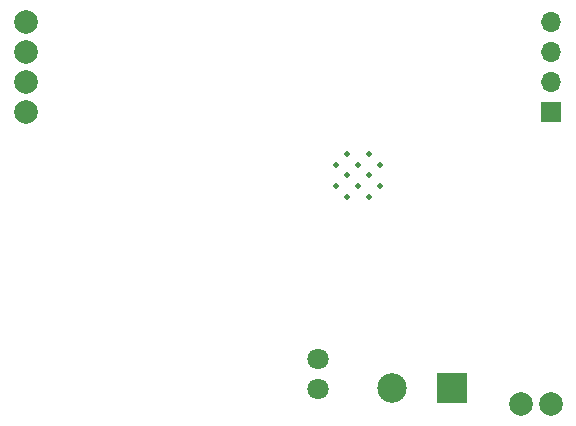
<source format=gbr>
G04 #@! TF.GenerationSoftware,KiCad,Pcbnew,(5.1.7)-1*
G04 #@! TF.CreationDate,2021-04-12T14:54:16+02:00*
G04 #@! TF.ProjectId,FitnessTracker.kicad_pcb2,4669746e-6573-4735-9472-61636b65722e,rev?*
G04 #@! TF.SameCoordinates,Original*
G04 #@! TF.FileFunction,Soldermask,Bot*
G04 #@! TF.FilePolarity,Negative*
%FSLAX46Y46*%
G04 Gerber Fmt 4.6, Leading zero omitted, Abs format (unit mm)*
G04 Created by KiCad (PCBNEW (5.1.7)-1) date 2021-04-12 14:54:16*
%MOMM*%
%LPD*%
G01*
G04 APERTURE LIST*
%ADD10C,2.000000*%
%ADD11C,2.500000*%
%ADD12R,2.500000X2.500000*%
%ADD13C,1.800000*%
%ADD14C,0.500000*%
%ADD15R,1.700000X1.700000*%
%ADD16O,1.700000X1.700000*%
G04 APERTURE END LIST*
D10*
X162560000Y-71120000D03*
X162560000Y-68580000D03*
X162560000Y-66040000D03*
X162560000Y-63500000D03*
D11*
X193628000Y-94488000D03*
D12*
X198628000Y-94488000D03*
D10*
X204470000Y-95885000D03*
X207010000Y-95885000D03*
D13*
X187325000Y-94615000D03*
X187325000Y-92075000D03*
D14*
X191614500Y-78370000D03*
X189779500Y-78370000D03*
X192532000Y-77452500D03*
X190697000Y-77452500D03*
X188862000Y-77452500D03*
X191614500Y-76535000D03*
X189779500Y-76535000D03*
X192532000Y-75617500D03*
X190697000Y-75617500D03*
X188862000Y-75617500D03*
X191614500Y-74700000D03*
X189779500Y-74700000D03*
D15*
X207010000Y-71120000D03*
D16*
X207010000Y-68580000D03*
X207010000Y-66040000D03*
X207010000Y-63500000D03*
M02*

</source>
